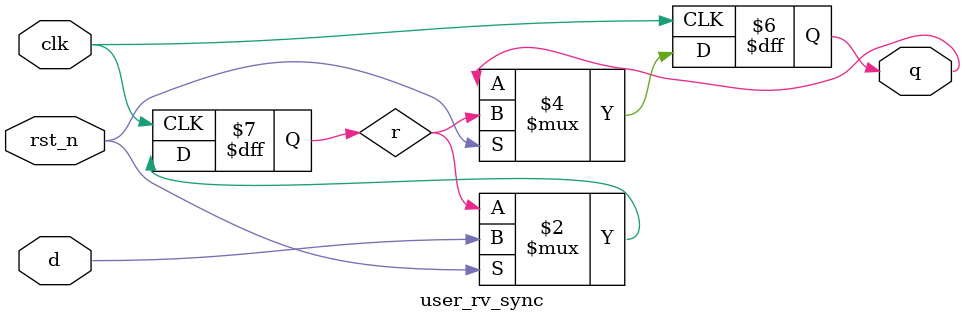
<source format=sv>


// This file contains examples of user (technology specific) cells that can
// be used thruought the core

// Clock gate example
module user_clock_gate (
    input  logic CK,
    output logic Q,
    input  logic EN
);

    logic gate;

    initial gate = 0;
    always @(negedge CK)
        gate <= EN;

    assign Q = CK & gate;

endmodule

// Signal synchronizing module example
module user_rv_sync (clk, rst_n, d, q);

    input  logic clk;
    input  logic rst_n;

    input  logic d;
    output logic q;

    logic r;

    always @(posedge clk) begin
        if (rst_n) begin
            r <= d;
            q <= r;
        end
    end

endmodule

</source>
